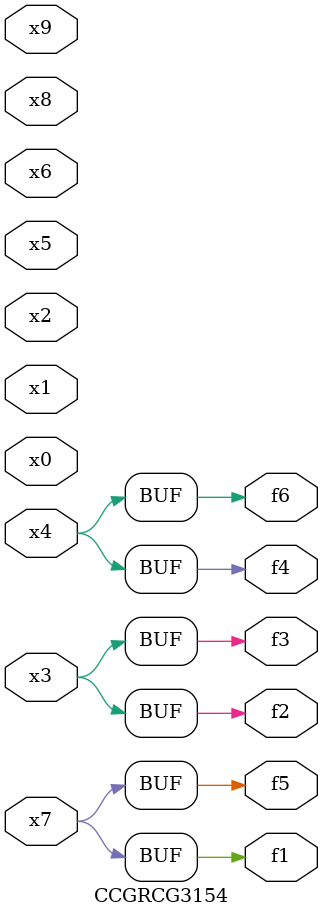
<source format=v>
module CCGRCG3154(
	input x0, x1, x2, x3, x4, x5, x6, x7, x8, x9,
	output f1, f2, f3, f4, f5, f6
);
	assign f1 = x7;
	assign f2 = x3;
	assign f3 = x3;
	assign f4 = x4;
	assign f5 = x7;
	assign f6 = x4;
endmodule

</source>
